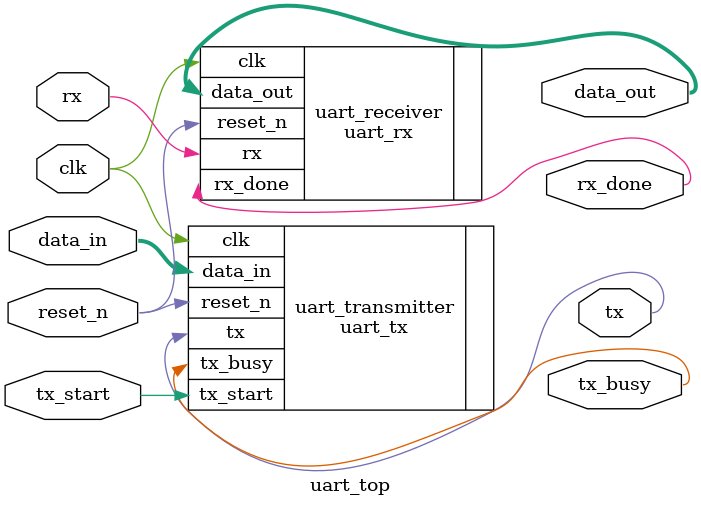
<source format=v>
module uart_top #(
    parameter BAUD_DIV = 12 // Baud rate divider for both RX and TX
)(
    input wire clk,
    input wire reset_n,        // Active-low reset
    input wire rx,             // Serial input
    input wire [7:0] data_in,
    input wire tx_start,
    output wire tx,            // Serial output
    output wire rx_done,       // RX done indicator
    output wire tx_busy,       // TX busy indicator
    output wire [7:0] data_out // Received data output
);



    // Instantiate UART receiver
    uart_rx #(
        .BAUD_DIV(BAUD_DIV)
    ) uart_receiver (
        .clk(clk),
        .reset_n(reset_n),
        .rx(rx),
        .data_out(data_out),
        .rx_done(rx_done)
    );

    // Instantiate UART transmitter
    uart_tx #(
        .BAUD_DIV(BAUD_DIV)
    ) uart_transmitter (
        .clk(clk),
        .reset_n(reset_n),
        .tx_start(tx_start),
        .data_in(data_in),
        .tx(tx),
        .tx_busy(tx_busy)
    );

    

endmodule
</source>
